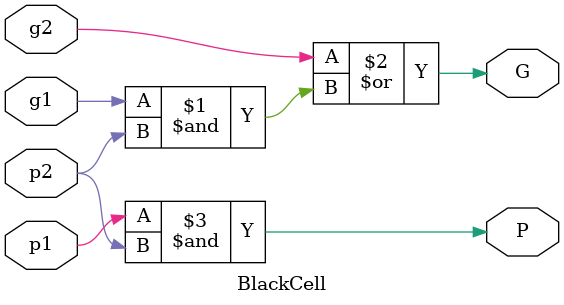
<source format=v>
`timescale 1ns / 1ps
module BlackCell(g2,p2,g1,p1,G,P);

input  g1,p1,g2,p2;
output G,P;

assign G = ( g2 | (g1&p2));
assign P = p1&p2;

endmodule 
</source>
